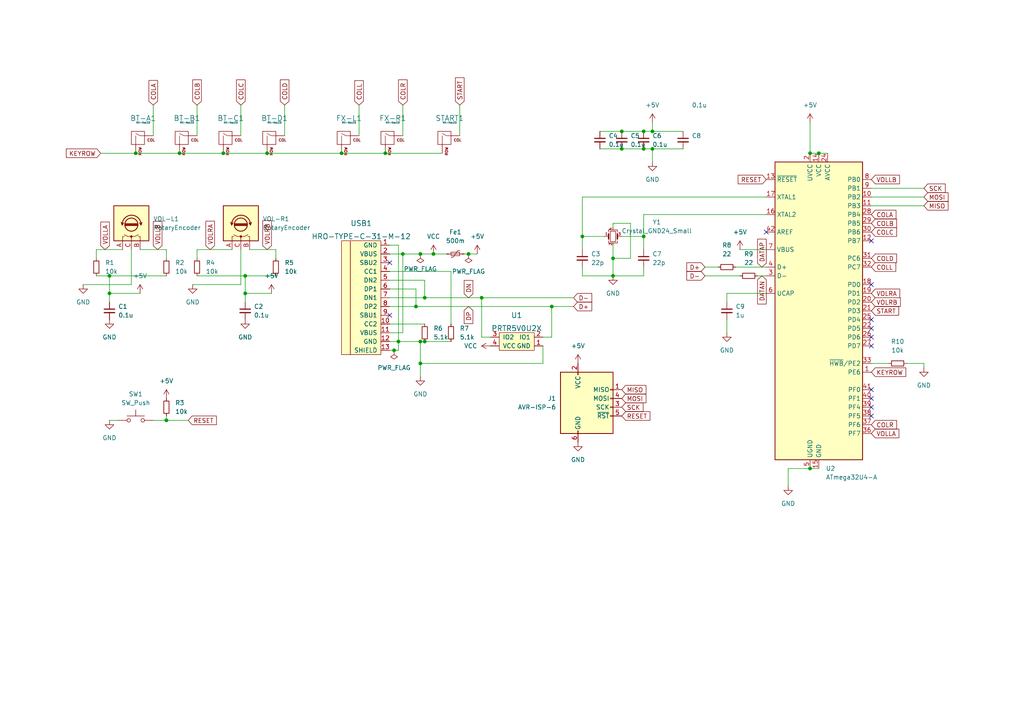
<source format=kicad_sch>
(kicad_sch (version 20211123) (generator eeschema)
  (paper "A4")
  (lib_symbols
    (symbol "Connector:AVR-ISP-6" (pin_names (offset 1.016))
      (property "Reference" "J" (at -6.35 11.43 0))
      (property "Value" "AVR-ISP-6" (at 0 11.43 0))
      (symbol "AVR-ISP-6_0_1"
        (rectangle (start -2.667 -6.858) (end -2.413 -7.62))
        (rectangle (start -2.667 10.16) (end -2.413 9.398))
        (rectangle (start 7.62 -2.413) (end 6.858 -2.667))
        (rectangle (start 7.62 0.127) (end 6.858 -0.127))
        (rectangle (start 7.62 2.667) (end 6.858 2.413))
        (rectangle (start 7.62 5.207) (end 6.858 4.953))
        (rectangle (start 7.62 10.16) (end -7.62 -7.62) (stroke (width 0.254)) (fill (type background)))
      )
      (symbol "AVR-ISP-6_1_1"
        (pin passive line (at 10.16 5.08 180) (length 2.54) (name "MISO") (number "1"))
        (pin passive line (at -2.54 12.7 270) (length 2.54) (name "VCC") (number "2"))
        (pin passive line (at 10.16 0 180) (length 2.54) (name "SCK") (number "3"))
        (pin passive line (at 10.16 2.54 180) (length 2.54) (name "MOSI") (number "4"))
        (pin passive line (at 10.16 -2.54 180) (length 2.54) (name "~{RST}") (number "5"))
        (pin passive line (at -2.54 -10.16 90) (length 2.54) (name "GND") (number "6"))
      )
    )
    (symbol "Device:C_Small" (pin_numbers hide) (pin_names (offset 0.254) hide)
      (property "Reference" "C" (at 0.254 1.778 0))
      (property "Value" "C_Small" (at 0.254 -2.032 0))
      (symbol "C_Small_0_1"
        (polyline (pts (xy -1.524 -0.508) (xy 1.524 -0.508)) (stroke (width 0.3302)))
        (polyline (pts (xy -1.524 0.508) (xy 1.524 0.508)) (stroke (width 0.3048)))
      )
      (symbol "C_Small_1_1"
        (pin passive line (at 0 2.54 270) (length 2.032) (name "~") (number "1"))
        (pin passive line (at 0 -2.54 90) (length 2.032) (name "~") (number "2"))
      )
    )
    (symbol "Device:Crystal_GND24_Small" (pin_names (offset 1.016) hide)
      (property "Reference" "Y" (at 1.27 4.445 0))
      (property "Value" "Crystal_GND24_Small" (at 1.27 2.54 0))
      (symbol "Crystal_GND24_Small_0_1"
        (rectangle (start -0.762 -1.524) (end 0.762 1.524))
        (polyline (pts (xy -1.27 -0.762) (xy -1.27 0.762)) (stroke (width 0.381)))
        (polyline (pts (xy 1.27 -0.762) (xy 1.27 0.762)) (stroke (width 0.381)))
        (polyline (pts (xy -1.27 -1.27) (xy -1.27 -1.905) (xy 1.27 -1.905) (xy 1.27 -1.27)))
        (polyline (pts (xy -1.27 1.27) (xy -1.27 1.905) (xy 1.27 1.905) (xy 1.27 1.27)))
      )
      (symbol "Crystal_GND24_Small_1_1"
        (pin passive line (at -2.54 0 0) (length 1.27) (name "1") (number "1"))
        (pin passive line (at 0 -2.54 90) (length 0.635) (name "2") (number "2"))
        (pin passive line (at 2.54 0 180) (length 1.27) (name "3") (number "3"))
        (pin passive line (at 0 2.54 270) (length 0.635) (name "4") (number "4"))
      )
    )
    (symbol "Device:Polyfuse_Small" (pin_numbers hide) (pin_names (offset 0))
      (property "Reference" "F" (at -1.905 0 90))
      (property "Value" "Polyfuse_Small" (at 1.905 0 90))
      (symbol "Polyfuse_Small_0_1"
        (rectangle (start -0.508 1.27) (end 0.508 -1.27))
        (polyline (pts (xy 0 2.54) (xy 0 -2.54)))
        (polyline (pts (xy -1.016 1.27) (xy -1.016 0.762) (xy 1.016 -0.762) (xy 1.016 -1.27)))
      )
      (symbol "Polyfuse_Small_1_1"
        (pin passive line (at 0 2.54 270) (length 0.635) (name "~") (number "1"))
        (pin passive line (at 0 -2.54 90) (length 0.635) (name "~") (number "2"))
      )
    )
    (symbol "Device:R_Small" (pin_numbers hide) (pin_names (offset 0.254) hide)
      (property "Reference" "R" (at 0.762 0.508 0))
      (property "Value" "R_Small" (at 0.762 -1.016 0))
      (symbol "R_Small_0_1"
        (rectangle (start -0.762 1.778) (end 0.762 -1.778) (stroke (width 0.2032)))
      )
      (symbol "R_Small_1_1"
        (pin passive line (at 0 2.54 270) (length 0.762) (name "~") (number "1"))
        (pin passive line (at 0 -2.54 90) (length 0.762) (name "~") (number "2"))
      )
    )
    (symbol "Device:RotaryEncoder" (pin_names (offset 0.254) hide)
      (property "Reference" "SW" (at 0 6.604 0))
      (property "Value" "RotaryEncoder" (at 0 -6.604 0))
      (symbol "RotaryEncoder_0_1"
        (rectangle (start -5.08 5.08) (end 5.08 -5.08) (stroke (width 0.254)) (fill (type background)))
        (circle (center -3.81 0) (radius 0.254) (fill (type outline)))
        (arc (start -0.381 -2.794) (mid 2.3622 -0.0508) (end -0.381 2.667) (stroke (width 0.254)))
        (circle (center -0.381 0) (radius 1.905) (stroke (width 0.254)))
        (polyline (pts (xy -0.635 -1.778) (xy -0.635 1.778)) (stroke (width 0.254)))
        (polyline (pts (xy -0.381 -1.778) (xy -0.381 1.778)) (stroke (width 0.254)))
        (polyline (pts (xy -0.127 1.778) (xy -0.127 -1.778)) (stroke (width 0.254)))
        (polyline (pts (xy -5.08 -2.54) (xy -3.81 -2.54) (xy -3.81 -2.032)))
        (polyline (pts (xy -5.08 2.54) (xy -3.81 2.54) (xy -3.81 2.032)))
        (polyline (pts (xy 0.254 -3.048) (xy -0.508 -2.794) (xy 0.127 -2.413)) (stroke (width 0.254)))
        (polyline (pts (xy 0.254 2.921) (xy -0.508 2.667) (xy 0.127 2.286)) (stroke (width 0.254)))
        (polyline (pts (xy -5.08 0) (xy -3.81 0) (xy -3.81 -1.016) (xy -3.302 -2.032)))
        (polyline (pts (xy -4.318 0) (xy -3.81 0) (xy -3.81 1.016) (xy -3.302 2.032)))
      )
      (symbol "RotaryEncoder_1_1"
        (pin passive line (at -7.62 2.54 0) (length 2.54) (name "A") (number "A"))
        (pin passive line (at -7.62 -2.54 0) (length 2.54) (name "B") (number "B"))
        (pin passive line (at -7.62 0 0) (length 2.54) (name "C") (number "C"))
      )
    )
    (symbol "MCU_Microchip_ATmega:ATmega32U4-A"
      (property "Reference" "U" (at -12.7 44.45 0))
      (property "Value" "ATmega32U4-A" (at 2.54 -44.45 0))
      (symbol "ATmega32U4-A_0_1"
        (rectangle (start -12.7 -43.18) (end 12.7 43.18) (stroke (width 0.254)) (fill (type background)))
      )
      (symbol "ATmega32U4-A_1_1"
        (pin bidirectional line (at 15.24 -17.78 180) (length 2.54) (name "PE6") (number "1"))
        (pin bidirectional line (at 15.24 33.02 180) (length 2.54) (name "PB2") (number "10"))
        (pin bidirectional line (at 15.24 30.48 180) (length 2.54) (name "PB3") (number "11"))
        (pin bidirectional line (at 15.24 20.32 180) (length 2.54) (name "PB7") (number "12"))
        (pin input line (at -15.24 38.1 0) (length 2.54) (name "~{RESET}") (number "13"))
        (pin power_in line (at 0 45.72 270) (length 2.54) (name "VCC") (number "14"))
        (pin power_in line (at 0 -45.72 90) (length 2.54) (name "GND") (number "15"))
        (pin output line (at -15.24 27.94 0) (length 2.54) (name "XTAL2") (number "16"))
        (pin input line (at -15.24 33.02 0) (length 2.54) (name "XTAL1") (number "17"))
        (pin bidirectional line (at 15.24 7.62 180) (length 2.54) (name "PD0") (number "18"))
        (pin bidirectional line (at 15.24 5.08 180) (length 2.54) (name "PD1") (number "19"))
        (pin power_in line (at -2.54 45.72 270) (length 2.54) (name "UVCC") (number "2"))
        (pin bidirectional line (at 15.24 2.54 180) (length 2.54) (name "PD2") (number "20"))
        (pin bidirectional line (at 15.24 0 180) (length 2.54) (name "PD3") (number "21"))
        (pin bidirectional line (at 15.24 -5.08 180) (length 2.54) (name "PD5") (number "22"))
        (pin passive line (at 0 -45.72 90) (length 2.54) hide (name "GND") (number "23"))
        (pin power_in line (at 2.54 45.72 270) (length 2.54) (name "AVCC") (number "24"))
        (pin bidirectional line (at 15.24 -2.54 180) (length 2.54) (name "PD4") (number "25"))
        (pin bidirectional line (at 15.24 -7.62 180) (length 2.54) (name "PD6") (number "26"))
        (pin bidirectional line (at 15.24 -10.16 180) (length 2.54) (name "PD7") (number "27"))
        (pin bidirectional line (at 15.24 27.94 180) (length 2.54) (name "PB4") (number "28"))
        (pin bidirectional line (at 15.24 25.4 180) (length 2.54) (name "PB5") (number "29"))
        (pin bidirectional line (at -15.24 10.16 0) (length 2.54) (name "D-") (number "3"))
        (pin bidirectional line (at 15.24 22.86 180) (length 2.54) (name "PB6") (number "30"))
        (pin bidirectional line (at 15.24 15.24 180) (length 2.54) (name "PC6") (number "31"))
        (pin bidirectional line (at 15.24 12.7 180) (length 2.54) (name "PC7") (number "32"))
        (pin bidirectional line (at 15.24 -15.24 180) (length 2.54) (name "~{HWB}/PE2") (number "33"))
        (pin passive line (at 0 45.72 270) (length 2.54) hide (name "VCC") (number "34"))
        (pin passive line (at 0 -45.72 90) (length 2.54) hide (name "GND") (number "35"))
        (pin bidirectional line (at 15.24 -35.56 180) (length 2.54) (name "PF7") (number "36"))
        (pin bidirectional line (at 15.24 -33.02 180) (length 2.54) (name "PF6") (number "37"))
        (pin bidirectional line (at 15.24 -30.48 180) (length 2.54) (name "PF5") (number "38"))
        (pin bidirectional line (at 15.24 -27.94 180) (length 2.54) (name "PF4") (number "39"))
        (pin bidirectional line (at -15.24 12.7 0) (length 2.54) (name "D+") (number "4"))
        (pin bidirectional line (at 15.24 -25.4 180) (length 2.54) (name "PF1") (number "40"))
        (pin bidirectional line (at 15.24 -22.86 180) (length 2.54) (name "PF0") (number "41"))
        (pin passive line (at -15.24 22.86 0) (length 2.54) (name "AREF") (number "42"))
        (pin passive line (at 0 -45.72 90) (length 2.54) hide (name "GND") (number "43"))
        (pin passive line (at 2.54 45.72 270) (length 2.54) hide (name "AVCC") (number "44"))
        (pin passive line (at -2.54 -45.72 90) (length 2.54) (name "UGND") (number "5"))
        (pin passive line (at -15.24 5.08 0) (length 2.54) (name "UCAP") (number "6"))
        (pin input line (at -15.24 17.78 0) (length 2.54) (name "VBUS") (number "7"))
        (pin bidirectional line (at 15.24 38.1 180) (length 2.54) (name "PB0") (number "8"))
        (pin bidirectional line (at 15.24 35.56 180) (length 2.54) (name "PB1") (number "9"))
      )
    )
    (symbol "MX_Alps_Hybrid:MX-NoLED" (pin_names (offset 1.016))
      (property "Reference" "MX" (at -0.635 3.81 0))
      (property "Value" "MX-NoLED" (at -0.635 1.27 0))
      (symbol "MX-NoLED_0_0"
        (rectangle (start -2.54 2.54) (end 1.27 -1.27))
        (polyline (pts (xy -1.27 -1.27) (xy -1.27 1.27)) (stroke (width 0.127)))
        (polyline (pts (xy 1.27 1.27) (xy 0 1.27) (xy -1.27 1.905)) (stroke (width 0.127)))
        (text "COL" (at 3.175 0 0) (effects (font (size 0.762 0.762))))
        (text "ROW" (at 0 -1.905 900) (effects (font (size 0.762 0.762)) (justify right)))
      )
      (symbol "MX-NoLED_1_1"
        (pin passive line (at 3.81 1.27 180) (length 2.54) (name "COL") (number "1"))
        (pin passive line (at -1.27 -3.81 90) (length 2.54) (name "ROW") (number "2"))
      )
    )
    (symbol "Switch:SW_Push" (pin_numbers hide) (pin_names (offset 1.016) hide)
      (property "Reference" "SW" (at 1.27 2.54 0))
      (property "Value" "SW_Push" (at 0 -1.524 0))
      (symbol "SW_Push_0_1"
        (circle (center -2.032 0) (radius 0.508))
        (polyline (pts (xy 0 1.27) (xy 0 3.048)))
        (polyline (pts (xy 2.54 1.27) (xy -2.54 1.27)))
        (circle (center 2.032 0) (radius 0.508))
        (pin passive line (at -5.08 0 0) (length 2.54) (name "1") (number "1"))
        (pin passive line (at 5.08 0 180) (length 2.54) (name "2") (number "2"))
      )
    )
    (symbol "Type-C:HRO-TYPE-C-31-M-12" (pin_names (offset 1.016))
      (property "Reference" "USB" (at -5.08 16.51 0))
      (property "Value" "HRO-TYPE-C-31-M-12" (at -10.16 -1.27 90))
      (symbol "HRO-TYPE-C-31-M-12_0_1"
        (rectangle (start -11.43 15.24) (end -8.89 -17.78) (fill (type background)))
        (rectangle (start 0 -17.78) (end -8.89 15.24) (fill (type background)))
      )
      (symbol "HRO-TYPE-C-31-M-12_1_1"
        (pin input line (at 2.54 13.97 180) (length 2.54) (name "GND") (number "1"))
        (pin input line (at 2.54 -8.89 180) (length 2.54) (name "CC2") (number "10"))
        (pin input line (at 2.54 -11.43 180) (length 2.54) (name "VBUS") (number "11"))
        (pin input line (at 2.54 -13.97 180) (length 2.54) (name "GND") (number "12"))
        (pin input line (at 2.54 -16.51 180) (length 2.54) (name "SHIELD") (number "13"))
        (pin input line (at 2.54 11.43 180) (length 2.54) (name "VBUS") (number "2"))
        (pin input line (at 2.54 8.89 180) (length 2.54) (name "SBU2") (number "3"))
        (pin input line (at 2.54 6.35 180) (length 2.54) (name "CC1") (number "4"))
        (pin input line (at 2.54 3.81 180) (length 2.54) (name "DN2") (number "5"))
        (pin input line (at 2.54 1.27 180) (length 2.54) (name "DP1") (number "6"))
        (pin input line (at 2.54 -1.27 180) (length 2.54) (name "DN1") (number "7"))
        (pin input line (at 2.54 -3.81 180) (length 2.54) (name "DP2") (number "8"))
        (pin input line (at 2.54 -6.35 180) (length 2.54) (name "SBU1") (number "9"))
      )
    )
    (symbol "power:+5V" (power) (pin_names (offset 0))
      (property "Value" "+5V" (at 0 3.556 0))
      (symbol "+5V_0_1"
        (polyline (pts (xy -0.762 1.27) (xy 0 2.54)))
        (polyline (pts (xy 0 0) (xy 0 2.54)))
        (polyline (pts (xy 0 2.54) (xy 0.762 1.27)))
      )
      (symbol "+5V_1_1"
        (pin power_in line (at 0 0 90) (length 0) hide (name "+5V") (number "1"))
      )
    )
    (symbol "power:GND" (power) (pin_names (offset 0))
      (property "Value" "GND" (at 0 -3.81 0))
      (symbol "GND_0_1"
        (polyline (pts (xy 0 0) (xy 0 -1.27) (xy 1.27 -1.27) (xy 0 -2.54) (xy -1.27 -1.27) (xy 0 -1.27)))
      )
      (symbol "GND_1_1"
        (pin power_in line (at 0 0 270) (length 0) hide (name "GND") (number "1"))
      )
    )
    (symbol "power:PWR_FLAG" (power) (pin_numbers hide) (pin_names (offset 0) hide)
      (property "Value" "PWR_FLAG" (at 0 3.81 0))
      (symbol "PWR_FLAG_0_0"
        (pin power_out line (at 0 0 90) (length 0) (name "pwr") (number "1"))
      )
      (symbol "PWR_FLAG_0_1"
        (polyline (pts (xy 0 0) (xy 0 1.27) (xy -1.016 1.905) (xy 0 2.54) (xy 1.016 1.905) (xy 0 1.27)))
      )
    )
    (symbol "power:VCC" (power) (pin_names (offset 0))
      (property "Value" "VCC" (at 0 3.81 0))
      (symbol "VCC_0_1"
        (polyline (pts (xy -0.762 1.27) (xy 0 2.54)))
        (polyline (pts (xy 0 0) (xy 0 2.54)))
        (polyline (pts (xy 0 2.54) (xy 0.762 1.27)))
      )
      (symbol "VCC_1_1"
        (pin power_in line (at 0 0 90) (length 0) hide (name "VCC") (number "1"))
      )
    )
    (symbol "random-keyboard-parts:PRTR5V0U2X" (pin_names (offset 1.016))
      (property "Reference" "U" (at 0 3.81 0))
      (property "Value" "PRTR5V0U2X" (at 0 -3.81 0))
      (symbol "PRTR5V0U2X_0_1"
        (rectangle (start -5.08 2.54) (end 5.08 -2.54) (fill (type background)))
      )
      (symbol "PRTR5V0U2X_1_1"
        (pin input line (at -7.62 1.27 0) (length 2.54) (name "GND") (number "1"))
        (pin input line (at -7.62 -1.27 0) (length 2.54) (name "IO1") (number "2"))
        (pin input line (at 7.62 -1.27 180) (length 2.54) (name "IO2") (number "3"))
        (pin input line (at 7.62 1.27 180) (length 2.54) (name "VCC") (number "4"))
      )
    )
  )
  (junction (at 180.34 38.1))
  (junction (at 71.12 80.01))
  (junction (at 99.06 44.45))
  (junction (at 111.76 44.45))
  (junction (at 135.89 73.66))
  (junction (at 120.65 88.9))
  (junction (at 114.3 101.6))
  (junction (at 177.8 80.01))
  (junction (at 177.8 74.93))
  (junction (at 123.19 99.06))
  (junction (at 186.69 43.18))
  (junction (at 125.73 73.66))
  (junction (at 115.57 99.06))
  (junction (at 160.02 88.9))
  (junction (at 139.7 86.36))
  (junction (at 234.95 44.45))
  (junction (at 180.34 43.18))
  (junction (at 237.49 44.45))
  (junction (at 48.26 121.92))
  (junction (at 52.07 44.45))
  (junction (at 234.95 135.89))
  (junction (at 121.92 73.66))
  (junction (at 71.12 85.09))
  (junction (at 186.69 38.1))
  (junction (at 39.37 44.45))
  (junction (at 116.84 73.66))
  (junction (at 31.75 85.09))
  (junction (at 121.92 99.06))
  (junction (at 77.47 44.45))
  (junction (at 189.23 38.1))
  (junction (at 121.92 105.41))
  (junction (at 189.23 43.18))
  (junction (at 186.69 68.58))
  (junction (at 31.75 80.01))
  (junction (at 123.19 86.36))
  (junction (at 168.91 68.58))
  (junction (at 64.77 44.45))
  (no_connect (at 252.73 100.33))
  (no_connect (at 252.73 120.65))
  (no_connect (at 252.73 95.25))
  (no_connect (at 252.73 82.55))
  (no_connect (at 252.73 97.79))
  (no_connect (at 252.73 92.71))
  (no_connect (at 252.73 113.03))
  (no_connect (at 113.03 76.2))
  (no_connect (at 252.73 115.57))
  (no_connect (at 252.73 69.85))
  (no_connect (at 113.03 91.44))
  (no_connect (at 252.73 118.11))
  (no_connect (at 222.25 67.31))
  (wire (pts (xy 189.23 43.18) (xy 198.12 43.18)))
  (wire (pts (xy 115.57 99.06) (xy 115.57 101.6)))
  (wire (pts (xy 99.06 44.45) (xy 111.76 44.45)))
  (wire (pts (xy 80.01 72.39) (xy 80.01 74.93)))
  (wire (pts (xy 113.03 86.36) (xy 123.19 86.36)))
  (wire (pts (xy 267.97 59.69) (xy 252.73 59.69)))
  (wire (pts (xy 186.69 80.01) (xy 177.8 80.01)))
  (wire (pts (xy 113.03 93.98) (xy 123.19 93.98)))
  (wire (pts (xy 186.69 77.47) (xy 186.69 80.01)))
  (wire (pts (xy 31.75 121.92) (xy 34.29 121.92)))
  (wire (pts (xy 186.69 62.23) (xy 222.25 62.23)))
  (wire (pts (xy 157.48 105.41) (xy 121.92 105.41)))
  (wire (pts (xy 113.03 83.82) (xy 120.65 83.82)))
  (wire (pts (xy 121.92 99.06) (xy 121.92 105.41)))
  (wire (pts (xy 204.47 77.47) (xy 208.28 77.47)))
  (wire (pts (xy 234.95 44.45) (xy 234.95 35.56)))
  (wire (pts (xy 82.55 30.48) (xy 82.55 39.37)))
  (wire (pts (xy 228.6 135.89) (xy 228.6 140.97)))
  (wire (pts (xy 71.12 80.01) (xy 57.15 80.01)))
  (wire (pts (xy 168.91 80.01) (xy 177.8 80.01)))
  (wire (pts (xy 113.03 78.74) (xy 130.81 78.74)))
  (wire (pts (xy 180.34 38.1) (xy 186.69 38.1)))
  (wire (pts (xy 48.26 74.93) (xy 48.26 72.39)))
  (wire (pts (xy 168.91 68.58) (xy 175.26 68.58)))
  (wire (pts (xy 116.84 30.48) (xy 116.84 39.37)))
  (wire (pts (xy 39.37 44.45) (xy 52.07 44.45)))
  (wire (pts (xy 55.88 82.55) (xy 69.85 82.55)))
  (wire (pts (xy 113.03 71.12) (xy 115.57 71.12)))
  (wire (pts (xy 252.73 105.41) (xy 257.81 105.41)))
  (wire (pts (xy 48.26 121.92) (xy 54.61 121.92)))
  (wire (pts (xy 57.15 72.39) (xy 67.31 72.39)))
  (wire (pts (xy 52.07 44.45) (xy 64.77 44.45)))
  (wire (pts (xy 139.7 97.79) (xy 139.7 86.36)))
  (wire (pts (xy 121.92 99.06) (xy 123.19 99.06)))
  (wire (pts (xy 168.91 77.47) (xy 168.91 80.01)))
  (wire (pts (xy 29.21 44.45) (xy 39.37 44.45)))
  (wire (pts (xy 38.1 72.39) (xy 38.1 82.55)))
  (wire (pts (xy 267.97 105.41) (xy 267.97 106.68)))
  (wire (pts (xy 71.12 80.01) (xy 80.01 80.01)))
  (wire (pts (xy 57.15 72.39) (xy 57.15 74.93)))
  (wire (pts (xy 113.03 81.28) (xy 123.19 81.28)))
  (wire (pts (xy 77.47 44.45) (xy 99.06 44.45)))
  (wire (pts (xy 31.75 85.09) (xy 40.64 85.09)))
  (wire (pts (xy 180.34 68.58) (xy 186.69 68.58)))
  (wire (pts (xy 182.88 64.77) (xy 182.88 74.93)))
  (wire (pts (xy 116.84 73.66) (xy 116.84 96.52)))
  (wire (pts (xy 186.69 68.58) (xy 186.69 62.23)))
  (wire (pts (xy 182.88 74.93) (xy 177.8 74.93)))
  (wire (pts (xy 177.8 66.04) (xy 177.8 64.77)))
  (wire (pts (xy 31.75 85.09) (xy 31.75 80.01)))
  (wire (pts (xy 177.8 74.93) (xy 177.8 80.01)))
  (wire (pts (xy 125.73 73.66) (xy 129.54 73.66)))
  (wire (pts (xy 135.89 73.66) (xy 138.43 73.66)))
  (wire (pts (xy 31.75 87.63) (xy 31.75 85.09)))
  (wire (pts (xy 139.7 86.36) (xy 166.37 86.36)))
  (wire (pts (xy 115.57 99.06) (xy 121.92 99.06)))
  (wire (pts (xy 115.57 101.6) (xy 114.3 101.6)))
  (wire (pts (xy 160.02 97.79) (xy 160.02 88.9)))
  (wire (pts (xy 210.82 92.71) (xy 210.82 96.52)))
  (wire (pts (xy 189.23 35.56) (xy 189.23 38.1)))
  (wire (pts (xy 48.26 72.39) (xy 40.64 72.39)))
  (wire (pts (xy 121.92 73.66) (xy 125.73 73.66)))
  (wire (pts (xy 157.48 97.79) (xy 160.02 97.79)))
  (wire (pts (xy 123.19 99.06) (xy 130.81 99.06)))
  (wire (pts (xy 168.91 57.15) (xy 168.91 68.58)))
  (wire (pts (xy 214.63 72.39) (xy 222.25 72.39)))
  (wire (pts (xy 115.57 71.12) (xy 115.57 99.06)))
  (wire (pts (xy 262.89 105.41) (xy 267.97 105.41)))
  (wire (pts (xy 120.65 88.9) (xy 160.02 88.9)))
  (wire (pts (xy 114.3 101.6) (xy 113.03 101.6)))
  (wire (pts (xy 121.92 105.41) (xy 121.92 109.22)))
  (wire (pts (xy 120.65 83.82) (xy 120.65 88.9)))
  (wire (pts (xy 133.35 30.48) (xy 133.35 39.37)))
  (wire (pts (xy 64.77 44.45) (xy 77.47 44.45)))
  (wire (pts (xy 116.84 96.52) (xy 113.03 96.52)))
  (wire (pts (xy 71.12 85.09) (xy 78.74 85.09)))
  (wire (pts (xy 80.01 72.39) (xy 72.39 72.39)))
  (wire (pts (xy 237.49 44.45) (xy 234.95 44.45)))
  (wire (pts (xy 31.75 80.01) (xy 48.26 80.01)))
  (wire (pts (xy 237.49 135.89) (xy 234.95 135.89)))
  (wire (pts (xy 113.03 73.66) (xy 116.84 73.66)))
  (wire (pts (xy 69.85 30.48) (xy 69.85 39.37)))
  (wire (pts (xy 44.45 121.92) (xy 48.26 121.92)))
  (wire (pts (xy 113.03 88.9) (xy 120.65 88.9)))
  (wire (pts (xy 180.34 43.18) (xy 186.69 43.18)))
  (wire (pts (xy 113.03 99.06) (xy 115.57 99.06)))
  (wire (pts (xy 168.91 57.15) (xy 222.25 57.15)))
  (wire (pts (xy 31.75 80.01) (xy 27.94 80.01)))
  (wire (pts (xy 222.25 85.09) (xy 210.82 85.09)))
  (wire (pts (xy 186.69 38.1) (xy 189.23 38.1)))
  (wire (pts (xy 27.94 72.39) (xy 27.94 74.93)))
  (wire (pts (xy 267.97 57.15) (xy 252.73 57.15)))
  (wire (pts (xy 210.82 85.09) (xy 210.82 87.63)))
  (wire (pts (xy 173.99 43.18) (xy 180.34 43.18)))
  (wire (pts (xy 213.36 77.47) (xy 222.25 77.47)))
  (wire (pts (xy 134.62 73.66) (xy 135.89 73.66)))
  (wire (pts (xy 44.45 30.48) (xy 44.45 39.37)))
  (wire (pts (xy 104.14 30.48) (xy 104.14 39.37)))
  (wire (pts (xy 168.91 68.58) (xy 168.91 72.39)))
  (wire (pts (xy 71.12 85.09) (xy 71.12 80.01)))
  (wire (pts (xy 48.26 120.65) (xy 48.26 121.92)))
  (wire (pts (xy 111.76 44.45) (xy 128.27 44.45)))
  (wire (pts (xy 267.97 54.61) (xy 252.73 54.61)))
  (wire (pts (xy 71.12 87.63) (xy 71.12 85.09)))
  (wire (pts (xy 186.69 43.18) (xy 189.23 43.18)))
  (wire (pts (xy 186.69 72.39) (xy 186.69 68.58)))
  (wire (pts (xy 24.13 82.55) (xy 38.1 82.55)))
  (wire (pts (xy 157.48 100.33) (xy 157.48 105.41)))
  (wire (pts (xy 116.84 73.66) (xy 121.92 73.66)))
  (wire (pts (xy 123.19 81.28) (xy 123.19 86.36)))
  (wire (pts (xy 177.8 71.12) (xy 177.8 74.93)))
  (wire (pts (xy 123.19 86.36) (xy 139.7 86.36)))
  (wire (pts (xy 234.95 135.89) (xy 228.6 135.89)))
  (wire (pts (xy 57.15 30.48) (xy 57.15 39.37)))
  (wire (pts (xy 69.85 72.39) (xy 69.85 82.55)))
  (wire (pts (xy 240.03 44.45) (xy 237.49 44.45)))
  (wire (pts (xy 219.71 80.01) (xy 222.25 80.01)))
  (wire (pts (xy 160.02 88.9) (xy 166.37 88.9)))
  (wire (pts (xy 189.23 43.18) (xy 189.23 46.99)))
  (wire (pts (xy 173.99 38.1) (xy 180.34 38.1)))
  (wire (pts (xy 130.81 78.74) (xy 130.81 93.98)))
  (wire (pts (xy 204.47 80.01) (xy 214.63 80.01)))
  (wire (pts (xy 177.8 64.77) (xy 182.88 64.77)))
  (wire (pts (xy 142.24 97.79) (xy 139.7 97.79)))
  (wire (pts (xy 27.94 72.39) (xy 35.56 72.39)))
  (wire (pts (xy 189.23 38.1) (xy 198.12 38.1)))
  (global_label "DP" (shape input) (at 135.89 88.9 270) (property "Intersheet References" "${INTERSHEET_REFS}" (effects hide)))
  (global_label "RESET" (shape input) (at 54.61 121.92 0) (property "Intersheet References" "${INTERSHEET_REFS}" (effects hide)))
  (global_label "VOLRB" (shape input) (at 252.73 87.63 0) (property "Intersheet References" "${INTERSHEET_REFS}" (effects hide)))
  (global_label "KEYROW" (shape input) (at 252.73 107.95 0) (property "Intersheet References" "${INTERSHEET_REFS}" (effects hide)))
  (global_label "COLR" (shape input) (at 252.73 123.19 0) (property "Intersheet References" "${INTERSHEET_REFS}" (effects hide)))
  (global_label "COLB" (shape input) (at 57.15 30.48 90) (property "Intersheet References" "${INTERSHEET_REFS}" (effects hide)))
  (global_label "SCK" (shape input) (at 180.34 118.11 0) (property "Intersheet References" "${INTERSHEET_REFS}" (effects hide)))
  (global_label "COLA" (shape input) (at 252.73 62.23 0) (property "Intersheet References" "${INTERSHEET_REFS}" (effects hide)))
  (global_label "VOLLB" (shape input) (at 252.73 52.07 0) (property "Intersheet References" "${INTERSHEET_REFS}" (effects hide)))
  (global_label "START" (shape input) (at 133.35 30.48 90) (property "Intersheet References" "${INTERSHEET_REFS}" (effects hide)))
  (global_label "DATAN" (shape input) (at 220.98 80.01 270) (property "Intersheet References" "${INTERSHEET_REFS}" (effects hide)))
  (global_label "VOLLA" (shape input) (at 252.73 125.73 0) (property "Intersheet References" "${INTERSHEET_REFS}" (effects hide)))
  (global_label "MOSI" (shape input) (at 267.97 57.15 0) (property "Intersheet References" "${INTERSHEET_REFS}" (effects hide)))
  (global_label "DN" (shape input) (at 135.89 86.36 90) (property "Intersheet References" "${INTERSHEET_REFS}" (effects hide)))
  (global_label "COLB" (shape input) (at 252.73 64.77 0) (property "Intersheet References" "${INTERSHEET_REFS}" (effects hide)))
  (global_label "SCK" (shape input) (at 267.97 54.61 0) (property "Intersheet References" "${INTERSHEET_REFS}" (effects hide)))
  (global_label "COLL" (shape input) (at 252.73 77.47 0) (property "Intersheet References" "${INTERSHEET_REFS}" (effects hide)))
  (global_label "D-" (shape input) (at 204.47 80.01 180) (property "Intersheet References" "${INTERSHEET_REFS}" (effects hide)))
  (global_label "VOLLA" (shape input) (at 30.48 72.39 90) (property "Intersheet References" "${INTERSHEET_REFS}" (effects hide)))
  (global_label "MOSI" (shape input) (at 180.34 115.57 0) (property "Intersheet References" "${INTERSHEET_REFS}" (effects hide)))
  (global_label "COLC" (shape input) (at 69.85 30.48 90) (property "Intersheet References" "${INTERSHEET_REFS}" (effects hide)))
  (global_label "START" (shape input) (at 252.73 90.17 0) (property "Intersheet References" "${INTERSHEET_REFS}" (effects hide)))
  (global_label "COLD" (shape input) (at 82.55 30.48 90) (property "Intersheet References" "${INTERSHEET_REFS}" (effects hide)))
  (global_label "RESET" (shape input) (at 180.34 120.65 0) (property "Intersheet References" "${INTERSHEET_REFS}" (effects hide)))
  (global_label "COLR" (shape input) (at 116.84 30.48 90) (property "Intersheet References" "${INTERSHEET_REFS}" (effects hide)))
  (global_label "VOLLB" (shape input) (at 45.72 72.39 90) (property "Intersheet References" "${INTERSHEET_REFS}" (effects hide)))
  (global_label "DATAP" (shape input) (at 220.98 77.47 90) (property "Intersheet References" "${INTERSHEET_REFS}" (effects hide)))
  (global_label "VOLRA" (shape input) (at 60.96 72.39 90) (property "Intersheet References" "${INTERSHEET_REFS}" (effects hide)))
  (global_label "RESET" (shape input) (at 222.25 52.07 180) (property "Intersheet References" "${INTERSHEET_REFS}" (effects hide)))
  (global_label "D-" (shape input) (at 166.37 86.36 0) (property "Intersheet References" "${INTERSHEET_REFS}" (effects hide)))
  (global_label "VOLRA" (shape input) (at 252.73 85.09 0) (property "Intersheet References" "${INTERSHEET_REFS}" (effects hide)))
  (global_label "MISO" (shape input) (at 267.97 59.69 0) (property "Intersheet References" "${INTERSHEET_REFS}" (effects hide)))
  (global_label "COLL" (shape input) (at 104.14 30.48 90) (property "Intersheet References" "${INTERSHEET_REFS}" (effects hide)))
  (global_label "COLD" (shape input) (at 252.73 74.93 0) (property "Intersheet References" "${INTERSHEET_REFS}" (effects hide)))
  (global_label "D+" (shape input) (at 166.37 88.9 0) (property "Intersheet References" "${INTERSHEET_REFS}" (effects hide)))
  (global_label "D+" (shape input) (at 204.47 77.47 180) (property "Intersheet References" "${INTERSHEET_REFS}" (effects hide)))
  (global_label "MISO" (shape input) (at 180.34 113.03 0) (property "Intersheet References" "${INTERSHEET_REFS}" (effects hide)))
  (global_label "COLA" (shape input) (at 44.45 30.48 90) (property "Intersheet References" "${INTERSHEET_REFS}" (effects hide)))
  (global_label "COLC" (shape input) (at 252.73 67.31 0) (property "Intersheet References" "${INTERSHEET_REFS}" (effects hide)))
  (global_label "KEYROW" (shape input) (at 29.21 44.45 180) (property "Intersheet References" "${INTERSHEET_REFS}" (effects hide)))
  (global_label "VOLRB" (shape input) (at 77.47 72.39 90) (property "Intersheet References" "${INTERSHEET_REFS}" (effects hide)))
  (symbol (lib_id "Device:C_Small") (at 180.34 40.64 0) (unit 1)
    (property "Reference" "C5" (at 182.88 39.3762 0) (effects (justify left)))
    (property "Value" "0.1u" (at 182.88 41.9162 0) (effects (justify left)))
    (property "Footprint" "Capacitor_SMD:C_0805_2012Metric_Pad1.18x1.45mm_HandSolder" (effects hide))
  )
  (symbol (lib_id "MX_Alps_Hybrid:MX-NoLED") (at 113.03 40.64 0) (unit 1)
    (property "Reference" "FX-R1" (at 113.9156 34.29 0) (effects (font (size 1.524 1.524))))
    (property "Value" "MX-NoLED" (at 113.9156 35.56 0) (effects (font (size 0.508 0.508))))
    (property "Footprint" "MX_Only:MXOnly-2.25U-Hotswap" (effects hide))
  )
  (symbol (lib_id "power:PWR_FLAG") (at 114.3 101.6 180) (unit 1)
    (property "Reference" "#FLG01" (effects hide))
    (property "Value" "PWR_FLAG" (at 114.3 106.68 0))
  )
  (symbol (lib_id "power:+5V") (at 167.64 105.41 0) (unit 1)
    (property "Reference" "#PWR013" (effects hide))
    (property "Value" "+5V" (at 167.64 100.33 0))
  )
  (symbol (lib_id "Device:R_Small") (at 48.26 77.47 0) (unit 1)
    (property "Reference" "R2" (at 50.8 76.1999 0) (effects (justify left)))
    (property "Value" "10k" (at 50.8 78.7399 0) (effects (justify left)))
    (property "Footprint" "Resistor_SMD:R_0805_2012Metric_Pad1.20x1.40mm_HandSolder" (effects hide))
  )
  (symbol (lib_id "power:GND") (at 189.23 46.99 0) (unit 1)
    (property "Reference" "#PWR017" (effects hide))
    (property "Value" "GND" (at 189.23 52.07 0))
  )
  (symbol (lib_id "Device:C_Small") (at 173.99 40.64 0) (unit 1)
    (property "Reference" "C4" (at 176.53 39.3762 0) (effects (justify left)))
    (property "Value" "0.1u" (at 176.53 41.9162 0) (effects (justify left)))
    (property "Footprint" "Capacitor_SMD:C_0805_2012Metric_Pad1.18x1.45mm_HandSolder" (effects hide))
  )
  (symbol (lib_id "Device:R_Small") (at 27.94 77.47 0) (unit 1)
    (property "Reference" "R1" (at 30.48 76.1999 0) (effects (justify left)))
    (property "Value" "10k" (at 30.48 78.7399 0) (effects (justify left)))
    (property "Footprint" "Resistor_SMD:R_0805_2012Metric_Pad1.20x1.40mm_HandSolder" (effects hide))
  )
  (symbol (lib_id "Device:R_Small") (at 123.19 96.52 0) (unit 1)
    (property "Reference" "R6" (at 125.73 95.2499 0) (effects (justify left)))
    (property "Value" "5.1k" (at 125.73 97.7899 0) (effects (justify left)))
    (property "Footprint" "Resistor_SMD:R_0805_2012Metric_Pad1.20x1.40mm_HandSolder" (effects hide))
  )
  (symbol (lib_id "power:+5V") (at 48.26 115.57 0) (unit 1)
    (property "Reference" "#PWR05" (effects hide))
    (property "Value" "+5V" (at 48.26 110.49 0))
  )
  (symbol (lib_id "Device:RotaryEncoder") (at 38.1 64.77 90) (unit 1)
    (property "Reference" "VOL-L1" (at 44.45 63.4999 90) (effects (justify right)))
    (property "Value" "RotaryEncoder" (at 44.45 66.0399 90) (effects (justify right)))
    (property "Footprint" "Rotary_Encoder:RotaryEncoder_Alps_EC11E_Vertical_H20mm_CircularMountingHoles" (effects hide))
  )
  (symbol (lib_id "Type-C:HRO-TYPE-C-31-M-12") (at 110.49 85.09 0) (unit 1)
    (property "Reference" "USB1" (at 104.775 64.77 0) (effects (font (size 1.524 1.524))))
    (property "Value" "HRO-TYPE-C-31-M-12" (at 104.775 68.58 0) (effects (font (size 1.524 1.524))))
    (property "Footprint" "Type-C:HRO-TYPE-C-31-M-12-HandSoldering" (effects hide))
  )
  (symbol (lib_id "power:GND") (at 71.12 92.71 0) (unit 1)
    (property "Reference" "#PWR07" (effects hide))
    (property "Value" "GND" (at 71.12 97.79 0))
  )
  (symbol (lib_id "Device:C_Small") (at 186.69 40.64 0) (unit 1)
    (property "Reference" "C6" (at 189.23 39.3762 0) (effects (justify left)))
    (property "Value" "0.1u" (at 189.23 41.9162 0) (effects (justify left)))
    (property "Footprint" "Capacitor_SMD:C_0805_2012Metric_Pad1.18x1.45mm_HandSolder" (effects hide))
  )
  (symbol (lib_id "power:GND") (at 210.82 96.52 0) (unit 1)
    (property "Reference" "#PWR018" (effects hide))
    (property "Value" "GND" (at 210.82 101.6 0))
  )
  (symbol (lib_id "Connector:AVR-ISP-6") (at 170.18 118.11 0) (unit 1)
    (property "Reference" "J1" (at 161.29 115.5699 0) (effects (justify right)))
    (property "Value" "AVR-ISP-6" (at 161.29 118.1099 0) (effects (justify right)))
    (property "Footprint" "random-keyboard-parts:Reset_Pretty-Mask" (effects hide))
    (property "Datasheet" " ~" (effects hide))
  )
  (symbol (lib_id "Device:Polyfuse_Small") (at 132.08 73.66 90) (unit 1)
    (property "Reference" "Fe1" (at 132.08 67.31 90))
    (property "Value" "500m" (at 132.08 69.85 90))
    (property "Footprint" "Fuse:Fuse_1206_3216Metric_Pad1.42x1.75mm_HandSolder" (effects hide))
  )
  (symbol (lib_id "Device:R_Small") (at 80.01 77.47 0) (unit 1)
    (property "Reference" "R5" (at 82.55 76.1999 0) (effects (justify left)))
    (property "Value" "10k" (at 82.55 78.7399 0) (effects (justify left)))
    (property "Footprint" "Resistor_SMD:R_0805_2012Metric_Pad1.20x1.40mm_HandSolder" (effects hide))
  )
  (symbol (lib_id "Device:R_Small") (at 260.35 105.41 90) (unit 1)
    (property "Reference" "R10" (at 260.35 99.06 90))
    (property "Value" "10k" (at 260.35 101.6 90))
    (property "Footprint" "Resistor_SMD:R_0805_2012Metric_Pad1.20x1.40mm_HandSolder" (effects hide))
  )
  (symbol (lib_id "Device:Crystal_GND24_Small") (at 177.8 68.58 0) (unit 1)
    (property "Reference" "Y1" (at 190.5 64.4398 0))
    (property "Value" "Crystal_GND24_Small" (at 190.5 66.9798 0))
    (property "Footprint" "Crystal:Crystal_SMD_3225-4Pin_3.2x2.5mm_HandSoldering" (effects hide))
  )
  (symbol (lib_id "Switch:SW_Push") (at 39.37 121.92 0) (unit 1)
    (property "Reference" "SW1" (at 39.37 114.3 0))
    (property "Value" "SW_Push" (at 39.37 116.84 0))
    (property "Footprint" "Button_Switch_SMD:SW_SPST_SKQG_WithStem" (effects hide))
  )
  (symbol (lib_id "power:GND") (at 167.64 128.27 0) (unit 1)
    (property "Reference" "#PWR014" (effects hide))
    (property "Value" "GND" (at 167.64 133.35 0))
  )
  (symbol (lib_id "Device:RotaryEncoder") (at 69.85 64.77 90) (unit 1)
    (property "Reference" "VOL-R1" (at 76.2 63.4999 90) (effects (justify right)))
    (property "Value" "RotaryEncoder" (at 76.2 66.0399 90) (effects (justify right)))
    (property "Footprint" "Rotary_Encoder:RotaryEncoder_Alps_EC11E_Vertical_H20mm_CircularMountingHoles" (effects hide))
  )
  (symbol (lib_id "power:+5V") (at 78.74 85.09 0) (unit 1)
    (property "Reference" "#PWR08" (effects hide))
    (property "Value" "+5V" (at 78.74 80.01 0))
  )
  (symbol (lib_id "MX_Alps_Hybrid:MX-NoLED") (at 129.54 40.64 0) (unit 1)
    (property "Reference" "START1" (at 130.4256 34.29 0) (effects (font (size 1.524 1.524))))
    (property "Value" "MX-NoLED" (at 130.4256 35.56 0) (effects (font (size 0.508 0.508))))
    (property "Footprint" "MX_Only:MXOnly-1U-Hotswap" (effects hide))
  )
  (symbol (lib_id "power:+5V") (at 189.23 35.56 0) (unit 1)
    (property "Reference" "#PWR016" (effects hide))
    (property "Value" "+5V" (at 189.23 30.48 0))
  )
  (symbol (lib_id "MX_Alps_Hybrid:MX-NoLED") (at 53.34 40.64 0) (unit 1)
    (property "Reference" "BT-B1" (at 54.2256 34.29 0) (effects (font (size 1.524 1.524))))
    (property "Value" "MX-NoLED" (at 54.2256 35.56 0) (effects (font (size 0.508 0.508))))
    (property "Footprint" "MX_Only:MXOnly-1.5U-Hotswap" (effects hide))
  )
  (symbol (lib_id "power:VCC") (at 142.24 100.33 90) (unit 1)
    (property "Reference" "#PWR012" (effects hide))
    (property "Value" "VCC" (at 138.43 100.3299 90) (effects (justify left)))
  )
  (symbol (lib_id "MX_Alps_Hybrid:MX-NoLED") (at 66.04 40.64 0) (unit 1)
    (property "Reference" "BT-C1" (at 66.9256 34.29 0) (effects (font (size 1.524 1.524))))
    (property "Value" "MX-NoLED" (at 66.9256 35.56 0) (effects (font (size 0.508 0.508))))
    (property "Footprint" "MX_Only:MXOnly-1.5U-Hotswap" (effects hide))
  )
  (symbol (lib_id "Device:R_Small") (at 217.17 80.01 90) (unit 1)
    (property "Reference" "R9" (at 217.17 73.66 90))
    (property "Value" "22" (at 217.17 76.2 90))
    (property "Footprint" "Resistor_SMD:R_0805_2012Metric_Pad1.20x1.40mm_HandSolder" (effects hide))
  )
  (symbol (lib_id "power:GND") (at 55.88 82.55 0) (unit 1)
    (property "Reference" "#PWR06" (effects hide))
    (property "Value" "GND" (at 55.88 87.63 0))
  )
  (symbol (lib_id "Device:R_Small") (at 210.82 77.47 90) (unit 1)
    (property "Reference" "R8" (at 210.82 71.12 90))
    (property "Value" "22" (at 210.82 73.66 90))
    (property "Footprint" "Resistor_SMD:R_0805_2012Metric_Pad1.20x1.40mm_HandSolder" (effects hide))
  )
  (symbol (lib_id "Device:C_Small") (at 186.69 74.93 0) (unit 1)
    (property "Reference" "C7" (at 189.23 73.6662 0) (effects (justify left)))
    (property "Value" "22p" (at 189.23 76.2062 0) (effects (justify left)))
    (property "Footprint" "Capacitor_SMD:C_0805_2012Metric_Pad1.18x1.45mm_HandSolder" (effects hide))
  )
  (symbol (lib_id "MX_Alps_Hybrid:MX-NoLED") (at 78.74 40.64 0) (unit 1)
    (property "Reference" "BT-D1" (at 79.6256 34.29 0) (effects (font (size 1.524 1.524))))
    (property "Value" "MX-NoLED" (at 79.6256 35.56 0) (effects (font (size 0.508 0.508))))
    (property "Footprint" "MX_Only:MXOnly-1.5U-Hotswap" (effects hide))
  )
  (symbol (lib_id "power:PWR_FLAG") (at 135.89 73.66 180) (unit 1)
    (property "Reference" "#FLG03" (effects hide))
    (property "Value" "PWR_FLAG" (at 135.89 78.74 0))
  )
  (symbol (lib_id "Device:R_Small") (at 48.26 118.11 0) (unit 1)
    (property "Reference" "R3" (at 50.8 116.8399 0) (effects (justify left)))
    (property "Value" "10k" (at 50.8 119.3799 0) (effects (justify left)))
    (property "Footprint" "Resistor_SMD:R_0805_2012Metric_Pad1.20x1.40mm_HandSolder" (effects hide))
  )
  (symbol (lib_id "power:+5V") (at 40.64 85.09 0) (unit 1)
    (property "Reference" "#PWR04" (effects hide))
    (property "Value" "+5V" (at 40.64 80.01 0))
  )
  (symbol (lib_id "Device:C_Small") (at 71.12 90.17 0) (unit 1)
    (property "Reference" "C2" (at 73.66 88.9062 0) (effects (justify left)))
    (property "Value" "0.1u" (at 73.66 91.44 0) (effects (justify left)))
    (property "Footprint" "Capacitor_SMD:C_0805_2012Metric_Pad1.18x1.45mm_HandSolder" (effects hide))
  )
  (symbol (lib_id "Device:R_Small") (at 57.15 77.47 0) (unit 1)
    (property "Reference" "R4" (at 59.69 76.1999 0) (effects (justify left)))
    (property "Value" "10k" (at 59.69 78.7399 0) (effects (justify left)))
    (property "Footprint" "Resistor_SMD:R_0805_2012Metric_Pad1.20x1.40mm_HandSolder" (effects hide))
  )
  (symbol (lib_id "Device:C_Small") (at 198.12 40.64 0) (unit 1)
    (property "Reference" "C8" (at 200.66 39.3762 0) (effects (justify left)))
    (property "Value" "0.1u" (at 200.66 30.4862 0) (effects (justify left)))
    (property "Footprint" "Capacitor_SMD:C_0805_2012Metric_Pad1.18x1.45mm_HandSolder" (effects hide))
  )
  (symbol (lib_id "power:GND") (at 121.92 109.22 0) (unit 1)
    (property "Reference" "#PWR09" (effects hide))
    (property "Value" "GND" (at 121.92 114.3 0))
  )
  (symbol (lib_id "power:GND") (at 31.75 121.92 0) (unit 1)
    (property "Reference" "#PWR03" (effects hide))
    (property "Value" "GND" (at 31.75 127 0))
  )
  (symbol (lib_id "random-keyboard-parts:PRTR5V0U2X") (at 149.86 99.06 180) (unit 1)
    (property "Reference" "U1" (at 149.86 91.44 0) (effects (font (size 1.524 1.524))))
    (property "Value" "PRTR5V0U2X" (at 149.86 95.25 0) (effects (font (size 1.524 1.524))))
    (property "Footprint" "random-keyboard-parts:SOT143B" (effects hide))
  )
  (symbol (lib_id "power:+5V") (at 138.43 73.66 0) (unit 1)
    (property "Reference" "#PWR011" (effects hide))
    (property "Value" "+5V" (at 138.43 68.58 0))
  )
  (symbol (lib_id "power:GND") (at 177.8 80.01 0) (unit 1)
    (property "Reference" "#PWR015" (effects hide))
    (property "Value" "GND" (at 177.8 85.09 0))
  )
  (symbol (lib_id "Device:C_Small") (at 31.75 90.17 0) (unit 1)
    (property "Reference" "C1" (at 34.29 88.9062 0) (effects (justify left)))
    (property "Value" "0.1u" (at 34.29 91.44 0) (effects (justify left)))
    (property "Footprint" "Capacitor_SMD:C_0805_2012Metric_Pad1.18x1.45mm_HandSolder" (effects hide))
  )
  (symbol (lib_id "power:+5V") (at 234.95 35.56 0) (unit 1)
    (property "Reference" "#PWR021" (effects hide))
    (property "Value" "+5V" (at 234.95 30.48 0))
  )
  (symbol (lib_id "power:GND") (at 24.13 82.55 0) (unit 1)
    (property "Reference" "#PWR01" (effects hide))
    (property "Value" "GND" (at 24.13 87.63 0))
  )
  (symbol (lib_id "MCU_Microchip_ATmega:ATmega32U4-A") (at 237.49 90.17 0) (unit 1)
    (property "Reference" "U2" (at 239.5094 135.89 0) (effects (justify left)))
    (property "Value" "ATmega32U4-A" (at 239.5094 138.43 0) (effects (justify left)))
    (property "Footprint" "Package_QFP:TQFP-44_10x10mm_P0.8mm" (effects hide))
    (property "Datasheet" "http://ww1.microchip.com/downloads/en/DeviceDoc/Atmel-7766-8-bit-AVR-ATmega16U4-32U4_Datasheet.pdf" (effects hide))
  )
  (symbol (lib_id "Device:C_Small") (at 210.82 90.17 0) (unit 1)
    (property "Reference" "C9" (at 213.36 88.9062 0) (effects (justify left)))
    (property "Value" "1u" (at 213.36 91.4462 0) (effects (justify left)))
    (property "Footprint" "Capacitor_SMD:C_0805_2012Metric_Pad1.18x1.45mm_HandSolder" (effects hide))
  )
  (symbol (lib_id "power:VCC") (at 125.73 73.66 0) (unit 1)
    (property "Reference" "#PWR010" (effects hide))
    (property "Value" "VCC" (at 125.73 68.58 0))
  )
  (symbol (lib_id "power:GND") (at 228.6 140.97 0) (unit 1)
    (property "Reference" "#PWR020" (effects hide))
    (property "Value" "GND" (at 228.6 146.05 0))
  )
  (symbol (lib_id "MX_Alps_Hybrid:MX-NoLED") (at 100.33 40.64 0) (unit 1)
    (property "Reference" "FX-L1" (at 101.2156 34.29 0) (effects (font (size 1.524 1.524))))
    (property "Value" "MX-NoLED" (at 101.2156 35.56 0) (effects (font (size 0.508 0.508))))
    (property "Footprint" "MX_Only:MXOnly-2.25U-Hotswap" (effects hide))
  )
  (symbol (lib_id "MX_Alps_Hybrid:MX-NoLED") (at 40.64 40.64 0) (unit 1)
    (property "Reference" "BT-A1" (at 41.5256 34.29 0) (effects (font (size 1.524 1.524))))
    (property "Value" "MX-NoLED" (at 41.5256 35.56 0) (effects (font (size 0.508 0.508))))
    (property "Footprint" "MX_Only:MXOnly-1.5U-Hotswap" (effects hide))
  )
  (symbol (lib_id "power:GND") (at 31.75 92.71 0) (unit 1)
    (property "Reference" "#PWR02" (effects hide))
    (property "Value" "GND" (at 31.75 97.79 0))
  )
  (symbol (lib_id "power:+5V") (at 214.63 72.39 0) (unit 1)
    (property "Reference" "#PWR019" (effects hide))
    (property "Value" "+5V" (at 214.63 67.31 0))
  )
  (symbol (lib_id "Device:R_Small") (at 130.81 96.52 0) (unit 1)
    (property "Reference" "R7" (at 133.35 95.2499 0) (effects (justify left)))
    (property "Value" "5.1k" (at 133.35 97.7899 0) (effects (justify left)))
    (property "Footprint" "Resistor_SMD:R_0805_2012Metric_Pad1.20x1.40mm_HandSolder" (effects hide))
  )
  (symbol (lib_id "power:GND") (at 267.97 106.68 0) (unit 1)
    (property "Reference" "#PWR022" (effects hide))
    (property "Value" "GND" (at 267.97 111.76 0))
  )
  (symbol (lib_id "Device:C_Small") (at 168.91 74.93 0) (unit 1)
    (property "Reference" "C3" (at 171.45 73.6662 0) (effects (justify left)))
    (property "Value" "22p" (at 171.45 76.2062 0) (effects (justify left)))
    (property "Footprint" "Capacitor_SMD:C_0805_2012Metric_Pad1.18x1.45mm_HandSolder" (effects hide))
  )
  (symbol (lib_id "power:PWR_FLAG") (at 121.92 73.66 180) (unit 1)
    (property "Reference" "#FLG02" (effects hide))
    (property "Value" "PWR_FLAG" (at 121.92 78.74 0) (effects (justify top)))
  )
)
</source>
